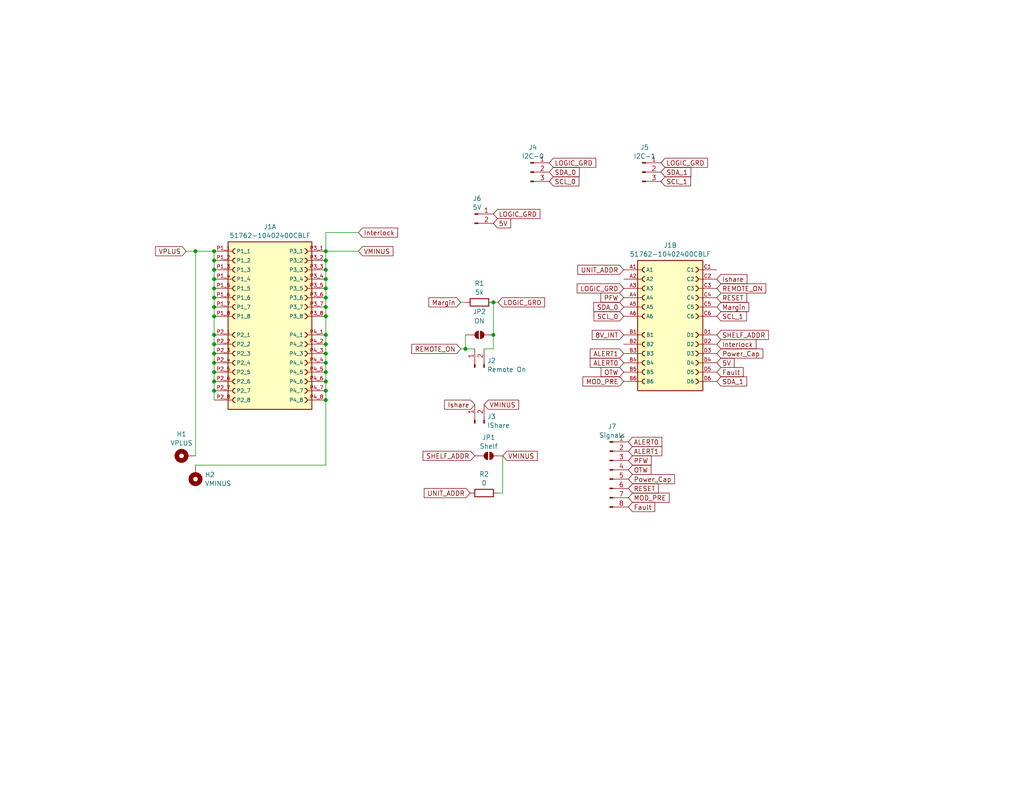
<source format=kicad_sch>
(kicad_sch (version 20231120) (generator "eeschema") (generator_version "8.0")
  (paper "USLetter")
  (lib_symbols
    (symbol "51762-10402400CBLF:51762-10402400CBLF" (pin_names (offset 1.016))
      (property "Reference" "J" (at -11.43 23.622 0))
      (property "Value" "51762-10402400CBLF" (at -11.43 -25.4 0))
      (symbol "51762-10402400CBLF_1_0"
        (rectangle (start -11.43 -22.86) (end 11.43 22.86) (stroke (width 0.254)) (fill (type background)))
        (arc (start -9.525 -19.685) (mid -10.1572 -20.32) (end -9.525 -20.955) (stroke (width 0.254)))
        (arc (start -9.525 -17.145) (mid -10.1572 -17.78) (end -9.525 -18.415) (stroke (width 0.254)))
        (arc (start -9.525 -14.605) (mid -10.1572 -15.24) (end -9.525 -15.875) (stroke (width 0.254)))
        (arc (start -9.525 -12.065) (mid -10.1572 -12.7) (end -9.525 -13.335) (stroke (width 0.254)))
        (arc (start -9.525 -9.525) (mid -10.1572 -10.16) (end -9.525 -10.795) (stroke (width 0.254)))
        (arc (start -9.525 -6.985) (mid -10.1572 -7.62) (end -9.525 -8.255) (stroke (width 0.254)))
        (arc (start -9.525 -4.445) (mid -10.1572 -5.08) (end -9.525 -5.715) (stroke (width 0.254)))
        (arc (start -9.525 -1.905) (mid -10.1572 -2.54) (end -9.525 -3.175) (stroke (width 0.254)))
        (arc (start -9.525 3.175) (mid -10.1572 2.54) (end -9.525 1.905) (stroke (width 0.254)))
        (arc (start -9.525 5.715) (mid -10.1572 5.08) (end -9.525 4.445) (stroke (width 0.254)))
        (arc (start -9.525 8.255) (mid -10.1572 7.62) (end -9.525 6.985) (stroke (width 0.254)))
        (arc (start -9.525 10.795) (mid -10.1572 10.16) (end -9.525 9.525) (stroke (width 0.254)))
        (arc (start -9.525 13.335) (mid -10.1572 12.7) (end -9.525 12.065) (stroke (width 0.254)))
        (arc (start -9.525 15.875) (mid -10.1572 15.24) (end -9.525 14.605) (stroke (width 0.254)))
        (arc (start -9.525 18.415) (mid -10.1572 17.78) (end -9.525 17.145) (stroke (width 0.254)))
        (arc (start -9.525 20.955) (mid -10.1572 20.32) (end -9.525 19.685) (stroke (width 0.254)))
        (arc (start 9.525 -20.955) (mid 10.1572 -20.32) (end 9.525 -19.685) (stroke (width 0.254)))
        (arc (start 9.525 -18.415) (mid 10.1572 -17.78) (end 9.525 -17.145) (stroke (width 0.254)))
        (arc (start 9.525 -15.875) (mid 10.1572 -15.24) (end 9.525 -14.605) (stroke (width 0.254)))
        (arc (start 9.525 -13.335) (mid 10.1572 -12.7) (end 9.525 -12.065) (stroke (width 0.254)))
        (arc (start 9.525 -10.795) (mid 10.1572 -10.16) (end 9.525 -9.525) (stroke (width 0.254)))
        (arc (start 9.525 -8.255) (mid 10.1572 -7.62) (end 9.525 -6.985) (stroke (width 0.254)))
        (arc (start 9.525 -5.715) (mid 10.1572 -5.08) (end 9.525 -4.445) (stroke (width 0.254)))
        (arc (start 9.525 -3.175) (mid 10.1572 -2.54) (end 9.525 -1.905) (stroke (width 0.254)))
        (arc (start 9.525 1.905) (mid 10.1572 2.54) (end 9.525 3.175) (stroke (width 0.254)))
        (arc (start 9.525 4.445) (mid 10.1572 5.08) (end 9.525 5.715) (stroke (width 0.254)))
        (arc (start 9.525 6.985) (mid 10.1572 7.62) (end 9.525 8.255) (stroke (width 0.254)))
        (arc (start 9.525 9.525) (mid 10.1572 10.16) (end 9.525 10.795) (stroke (width 0.254)))
        (arc (start 9.525 12.065) (mid 10.1572 12.7) (end 9.525 13.335) (stroke (width 0.254)))
        (arc (start 9.525 14.605) (mid 10.1572 15.24) (end 9.525 15.875) (stroke (width 0.254)))
        (arc (start 9.525 17.145) (mid 10.1572 17.78) (end 9.525 18.415) (stroke (width 0.254)))
        (arc (start 9.525 19.685) (mid 10.1572 20.32) (end 9.525 20.955) (stroke (width 0.254)))
        (pin power_in line (at -15.24 20.32 0) (length 5.08) (name "P1_1") (number "P1_1"))
        (pin power_in line (at -15.24 17.78 0) (length 5.08) (name "P1_2") (number "P1_2"))
        (pin power_in line (at -15.24 15.24 0) (length 5.08) (name "P1_3") (number "P1_3"))
        (pin power_in line (at -15.24 12.7 0) (length 5.08) (name "P1_4") (number "P1_4"))
        (pin power_in line (at -15.24 10.16 0) (length 5.08) (name "P1_5") (number "P1_5"))
        (pin power_in line (at -15.24 7.62 0) (length 5.08) (name "P1_6") (number "P1_6"))
        (pin power_in line (at -15.24 5.08 0) (length 5.08) (name "P1_7") (number "P1_7"))
        (pin power_in line (at -15.24 2.54 0) (length 5.08) (name "P1_8") (number "P1_8"))
        (pin power_in line (at -15.24 -2.54 0) (length 5.08) (name "P2_1") (number "P2_1"))
        (pin power_in line (at -15.24 -5.08 0) (length 5.08) (name "P2_2") (number "P2_2"))
        (pin power_in line (at -15.24 -7.62 0) (length 5.08) (name "P2_3") (number "P2_3"))
        (pin power_in line (at -15.24 -10.16 0) (length 5.08) (name "P2_4") (number "P2_4"))
        (pin power_in line (at -15.24 -12.7 0) (length 5.08) (name "P2_5") (number "P2_5"))
        (pin power_in line (at -15.24 -15.24 0) (length 5.08) (name "P2_6") (number "P2_6"))
        (pin power_in line (at -15.24 -17.78 0) (length 5.08) (name "P2_7") (number "P2_7"))
        (pin power_in line (at -15.24 -20.32 0) (length 5.08) (name "P2_8") (number "P2_8"))
        (pin power_in line (at 15.24 20.32 180) (length 5.08) (name "P3_1") (number "P3_1"))
        (pin power_in line (at 15.24 17.78 180) (length 5.08) (name "P3_2") (number "P3_2"))
        (pin power_in line (at 15.24 15.24 180) (length 5.08) (name "P3_3") (number "P3_3"))
        (pin power_in line (at 15.24 12.7 180) (length 5.08) (name "P3_4") (number "P3_4"))
        (pin power_in line (at 15.24 10.16 180) (length 5.08) (name "P3_5") (number "P3_5"))
        (pin power_in line (at 15.24 7.62 180) (length 5.08) (name "P3_6") (number "P3_6"))
        (pin power_in line (at 15.24 5.08 180) (length 5.08) (name "P3_7") (number "P3_7"))
        (pin power_in line (at 15.24 2.54 180) (length 5.08) (name "P3_8") (number "P3_8"))
        (pin power_in line (at 15.24 -2.54 180) (length 5.08) (name "P4_1") (number "P4_1"))
        (pin power_in line (at 15.24 -5.08 180) (length 5.08) (name "P4_2") (number "P4_2"))
        (pin power_in line (at 15.24 -7.62 180) (length 5.08) (name "P4_3") (number "P4_3"))
        (pin power_in line (at 15.24 -10.16 180) (length 5.08) (name "P4_4") (number "P4_4"))
        (pin power_in line (at 15.24 -12.7 180) (length 5.08) (name "P4_5") (number "P4_5"))
        (pin power_in line (at 15.24 -15.24 180) (length 5.08) (name "P4_6") (number "P4_6"))
        (pin power_in line (at 15.24 -17.78 180) (length 5.08) (name "P4_7") (number "P4_7"))
        (pin power_in line (at 15.24 -20.32 180) (length 5.08) (name "P4_8") (number "P4_8"))
      )
      (symbol "51762-10402400CBLF_2_0"
        (rectangle (start -8.89 -17.78) (end 8.89 17.78) (stroke (width 0.254)) (fill (type background)))
        (arc (start -6.985 -14.605) (mid -7.6172 -15.24) (end -6.985 -15.875) (stroke (width 0.254)))
        (arc (start -6.985 -12.065) (mid -7.6172 -12.7) (end -6.985 -13.335) (stroke (width 0.254)))
        (arc (start -6.985 -9.525) (mid -7.6172 -10.16) (end -6.985 -10.795) (stroke (width 0.254)))
        (arc (start -6.985 -6.985) (mid -7.6172 -7.62) (end -6.985 -8.255) (stroke (width 0.254)))
        (arc (start -6.985 -4.445) (mid -7.6172 -5.08) (end -6.985 -5.715) (stroke (width 0.254)))
        (arc (start -6.985 -1.905) (mid -7.6172 -2.54) (end -6.985 -3.175) (stroke (width 0.254)))
        (arc (start -6.985 3.175) (mid -7.6172 2.54) (end -6.985 1.905) (stroke (width 0.254)))
        (arc (start -6.985 5.715) (mid -7.6172 5.08) (end -6.985 4.445) (stroke (width 0.254)))
        (arc (start -6.985 8.255) (mid -7.6172 7.62) (end -6.985 6.985) (stroke (width 0.254)))
        (arc (start -6.985 10.795) (mid -7.6172 10.16) (end -6.985 9.525) (stroke (width 0.254)))
        (arc (start -6.985 13.335) (mid -7.6172 12.7) (end -6.985 12.065) (stroke (width 0.254)))
        (arc (start -6.985 15.875) (mid -7.6172 15.24) (end -6.985 14.605) (stroke (width 0.254)))
        (arc (start 6.985 -15.875) (mid 7.6172 -15.24) (end 6.985 -14.605) (stroke (width 0.254)))
        (arc (start 6.985 -13.335) (mid 7.6172 -12.7) (end 6.985 -12.065) (stroke (width 0.254)))
        (arc (start 6.985 -10.795) (mid 7.6172 -10.16) (end 6.985 -9.525) (stroke (width 0.254)))
        (arc (start 6.985 -8.255) (mid 7.6172 -7.62) (end 6.985 -6.985) (stroke (width 0.254)))
        (arc (start 6.985 -5.715) (mid 7.6172 -5.08) (end 6.985 -4.445) (stroke (width 0.254)))
        (arc (start 6.985 -3.175) (mid 7.6172 -2.54) (end 6.985 -1.905) (stroke (width 0.254)))
        (arc (start 6.985 1.905) (mid 7.6172 2.54) (end 6.985 3.175) (stroke (width 0.254)))
        (arc (start 6.985 4.445) (mid 7.6172 5.08) (end 6.985 5.715) (stroke (width 0.254)))
        (arc (start 6.985 6.985) (mid 7.6172 7.62) (end 6.985 8.255) (stroke (width 0.254)))
        (arc (start 6.985 9.525) (mid 7.6172 10.16) (end 6.985 10.795) (stroke (width 0.254)))
        (arc (start 6.985 12.065) (mid 7.6172 12.7) (end 6.985 13.335) (stroke (width 0.254)))
        (arc (start 6.985 14.605) (mid 7.6172 15.24) (end 6.985 15.875) (stroke (width 0.254)))
        (pin passive line (at -12.7 15.24 0) (length 5.08) (name "A1") (number "A1"))
        (pin passive line (at -12.7 12.7 0) (length 5.08) (name "A2") (number "A2"))
        (pin passive line (at -12.7 10.16 0) (length 5.08) (name "A3") (number "A3"))
        (pin passive line (at -12.7 7.62 0) (length 5.08) (name "A4") (number "A4"))
        (pin passive line (at -12.7 5.08 0) (length 5.08) (name "A5") (number "A5"))
        (pin passive line (at -12.7 2.54 0) (length 5.08) (name "A6") (number "A6"))
        (pin passive line (at -12.7 -2.54 0) (length 5.08) (name "B1") (number "B1"))
        (pin passive line (at -12.7 -5.08 0) (length 5.08) (name "B2") (number "B2"))
        (pin passive line (at -12.7 -7.62 0) (length 5.08) (name "B3") (number "B3"))
        (pin passive line (at -12.7 -10.16 0) (length 5.08) (name "B4") (number "B4"))
        (pin passive line (at -12.7 -12.7 0) (length 5.08) (name "B5") (number "B5"))
        (pin passive line (at -12.7 -15.24 0) (length 5.08) (name "B6") (number "B6"))
        (pin passive line (at 12.7 15.24 180) (length 5.08) (name "C1") (number "C1"))
        (pin passive line (at 12.7 12.7 180) (length 5.08) (name "C2") (number "C2"))
        (pin passive line (at 12.7 10.16 180) (length 5.08) (name "C3") (number "C3"))
        (pin passive line (at 12.7 7.62 180) (length 5.08) (name "C4") (number "C4"))
        (pin passive line (at 12.7 5.08 180) (length 5.08) (name "C5") (number "C5"))
        (pin passive line (at 12.7 2.54 180) (length 5.08) (name "C6") (number "C6"))
        (pin passive line (at 12.7 -2.54 180) (length 5.08) (name "D1") (number "D1"))
        (pin passive line (at 12.7 -5.08 180) (length 5.08) (name "D2") (number "D2"))
        (pin passive line (at 12.7 -7.62 180) (length 5.08) (name "D3") (number "D3"))
        (pin passive line (at 12.7 -10.16 180) (length 5.08) (name "D4") (number "D4"))
        (pin passive line (at 12.7 -12.7 180) (length 5.08) (name "D5") (number "D5"))
        (pin passive line (at 12.7 -15.24 180) (length 5.08) (name "D6") (number "D6"))
      )
    )
    (symbol "Connector:Conn_01x02_Pin" (pin_names (offset 1.016) hide)
      (property "Reference" "J" (at 0 2.54 0))
      (property "Value" "Conn_01x02_Pin" (at 0 -5.08 0))
      (symbol "Conn_01x02_Pin_1_1"
        (polyline (pts (xy 1.27 -2.54) (xy 0.8636 -2.54)) (stroke (width 0.1524)))
        (polyline (pts (xy 1.27 0) (xy 0.8636 0)) (stroke (width 0.1524)))
        (rectangle (start 0.8636 -2.413) (end 0 -2.667) (stroke (width 0.1524)) (fill (type outline)))
        (rectangle (start 0.8636 0.127) (end 0 -0.127) (stroke (width 0.1524)) (fill (type outline)))
        (pin passive line (at 5.08 0 180) (length 3.81) (name "Pin_1") (number "1"))
        (pin passive line (at 5.08 -2.54 180) (length 3.81) (name "Pin_2") (number "2"))
      )
    )
    (symbol "Connector:Conn_01x03_Pin" (pin_names (offset 1.016) hide)
      (property "Reference" "J" (at 0 5.08 0))
      (property "Value" "Conn_01x03_Pin" (at 0 -5.08 0))
      (symbol "Conn_01x03_Pin_1_1"
        (polyline (pts (xy 1.27 -2.54) (xy 0.8636 -2.54)) (stroke (width 0.1524)))
        (polyline (pts (xy 1.27 0) (xy 0.8636 0)) (stroke (width 0.1524)))
        (polyline (pts (xy 1.27 2.54) (xy 0.8636 2.54)) (stroke (width 0.1524)))
        (rectangle (start 0.8636 -2.413) (end 0 -2.667) (stroke (width 0.1524)) (fill (type outline)))
        (rectangle (start 0.8636 0.127) (end 0 -0.127) (stroke (width 0.1524)) (fill (type outline)))
        (rectangle (start 0.8636 2.667) (end 0 2.413) (stroke (width 0.1524)) (fill (type outline)))
        (pin passive line (at 5.08 2.54 180) (length 3.81) (name "Pin_1") (number "1"))
        (pin passive line (at 5.08 0 180) (length 3.81) (name "Pin_2") (number "2"))
        (pin passive line (at 5.08 -2.54 180) (length 3.81) (name "Pin_3") (number "3"))
      )
    )
    (symbol "Connector:Conn_01x08_Pin" (pin_names (offset 1.016) hide)
      (property "Reference" "J" (at 0 10.16 0))
      (property "Value" "Conn_01x08_Pin" (at 0 -12.7 0))
      (symbol "Conn_01x08_Pin_1_1"
        (polyline (pts (xy 1.27 -10.16) (xy 0.8636 -10.16)) (stroke (width 0.1524)))
        (polyline (pts (xy 1.27 -7.62) (xy 0.8636 -7.62)) (stroke (width 0.1524)))
        (polyline (pts (xy 1.27 -5.08) (xy 0.8636 -5.08)) (stroke (width 0.1524)))
        (polyline (pts (xy 1.27 -2.54) (xy 0.8636 -2.54)) (stroke (width 0.1524)))
        (polyline (pts (xy 1.27 0) (xy 0.8636 0)) (stroke (width 0.1524)))
        (polyline (pts (xy 1.27 2.54) (xy 0.8636 2.54)) (stroke (width 0.1524)))
        (polyline (pts (xy 1.27 5.08) (xy 0.8636 5.08)) (stroke (width 0.1524)))
        (polyline (pts (xy 1.27 7.62) (xy 0.8636 7.62)) (stroke (width 0.1524)))
        (rectangle (start 0.8636 -10.033) (end 0 -10.287) (stroke (width 0.1524)) (fill (type outline)))
        (rectangle (start 0.8636 -7.493) (end 0 -7.747) (stroke (width 0.1524)) (fill (type outline)))
        (rectangle (start 0.8636 -4.953) (end 0 -5.207) (stroke (width 0.1524)) (fill (type outline)))
        (rectangle (start 0.8636 -2.413) (end 0 -2.667) (stroke (width 0.1524)) (fill (type outline)))
        (rectangle (start 0.8636 0.127) (end 0 -0.127) (stroke (width 0.1524)) (fill (type outline)))
        (rectangle (start 0.8636 2.667) (end 0 2.413) (stroke (width 0.1524)) (fill (type outline)))
        (rectangle (start 0.8636 5.207) (end 0 4.953) (stroke (width 0.1524)) (fill (type outline)))
        (rectangle (start 0.8636 7.747) (end 0 7.493) (stroke (width 0.1524)) (fill (type outline)))
        (pin passive line (at 5.08 7.62 180) (length 3.81) (name "Pin_1") (number "1"))
        (pin passive line (at 5.08 5.08 180) (length 3.81) (name "Pin_2") (number "2"))
        (pin passive line (at 5.08 2.54 180) (length 3.81) (name "Pin_3") (number "3"))
        (pin passive line (at 5.08 0 180) (length 3.81) (name "Pin_4") (number "4"))
        (pin passive line (at 5.08 -2.54 180) (length 3.81) (name "Pin_5") (number "5"))
        (pin passive line (at 5.08 -5.08 180) (length 3.81) (name "Pin_6") (number "6"))
        (pin passive line (at 5.08 -7.62 180) (length 3.81) (name "Pin_7") (number "7"))
        (pin passive line (at 5.08 -10.16 180) (length 3.81) (name "Pin_8") (number "8"))
      )
    )
    (symbol "Device:R" (pin_numbers hide) (pin_names (offset 0))
      (property "Reference" "R" (at 2.032 0 90))
      (property "Value" "R" (at 0 0 90))
      (symbol "R_0_1"
        (rectangle (start -1.016 -2.54) (end 1.016 2.54) (stroke (width 0.254)))
      )
      (symbol "R_1_1"
        (pin passive line (at 0 3.81 270) (length 1.27) (name "~") (number "1"))
        (pin passive line (at 0 -3.81 90) (length 1.27) (name "~") (number "2"))
      )
    )
    (symbol "Jumper:SolderJumper_2_Open" (pin_numbers hide) (pin_names (offset 0) hide) (exclude_from_sim yes) (in_bom no)
      (property "Reference" "JP" (at 0 2.032 0))
      (property "Value" "SolderJumper_2_Open" (at 0 -2.54 0))
      (symbol "SolderJumper_2_Open_0_1"
        (arc (start -0.254 1.016) (mid -1.2656 0) (end -0.254 -1.016))
        (arc (start -0.254 1.016) (mid -1.2656 0) (end -0.254 -1.016) (fill (type outline)))
        (polyline (pts (xy -0.254 1.016) (xy -0.254 -1.016)))
        (polyline (pts (xy 0.254 1.016) (xy 0.254 -1.016)))
        (arc (start 0.254 -1.016) (mid 1.2656 0) (end 0.254 1.016))
        (arc (start 0.254 -1.016) (mid 1.2656 0) (end 0.254 1.016) (fill (type outline)))
      )
      (symbol "SolderJumper_2_Open_1_1"
        (pin passive line (at -3.81 0 0) (length 2.54) (name "A") (number "1"))
        (pin passive line (at 3.81 0 180) (length 2.54) (name "B") (number "2"))
      )
    )
    (symbol "Mechanical:MountingHole_Pad" (pin_numbers hide) (pin_names (offset 1.016) hide) (exclude_from_sim yes) (in_bom no)
      (property "Reference" "H" (at 0 6.35 0))
      (property "Value" "MountingHole_Pad" (at 0 4.445 0))
      (symbol "MountingHole_Pad_0_1"
        (circle (center 0 1.27) (radius 1.27) (stroke (width 1.27)))
      )
      (symbol "MountingHole_Pad_1_1"
        (pin input line (at 0 -2.54 90) (length 2.54) (name "1") (number "1"))
      )
    )
  )
  (junction (at 58.42 93.98))
  (junction (at 88.9 104.14))
  (junction (at 58.42 101.6))
  (junction (at 88.9 109.22))
  (junction (at 58.42 68.58))
  (junction (at 88.9 71.12))
  (junction (at 88.9 96.52))
  (junction (at 88.9 76.2))
  (junction (at 58.42 71.12))
  (junction (at 88.9 86.36))
  (junction (at 58.42 76.2))
  (junction (at 88.9 78.74))
  (junction (at 53.34 68.58))
  (junction (at 88.9 106.68))
  (junction (at 58.42 99.06))
  (junction (at 88.9 83.82))
  (junction (at 88.9 91.44))
  (junction (at 88.9 93.98))
  (junction (at 58.42 106.68))
  (junction (at 58.42 91.44))
  (junction (at 58.42 81.28))
  (junction (at 88.9 99.06))
  (junction (at 58.42 73.66))
  (junction (at 127 95.25))
  (junction (at 58.42 104.14))
  (junction (at 88.9 73.66))
  (junction (at 88.9 68.58))
  (junction (at 88.9 81.28))
  (junction (at 88.9 101.6))
  (junction (at 58.42 78.74))
  (junction (at 58.42 96.52))
  (junction (at 58.42 83.82))
  (junction (at 134.62 91.44))
  (junction (at 134.62 82.55))
  (junction (at 58.42 86.36))
  (wire (pts (xy 88.9 81.28) (xy 88.9 83.82)))
  (wire (pts (xy 127 95.25) (xy 129.54 95.25)))
  (wire (pts (xy 58.42 99.06) (xy 58.42 101.6)))
  (wire (pts (xy 58.42 86.36) (xy 58.42 91.44)))
  (wire (pts (xy 88.9 99.06) (xy 88.9 101.6)))
  (wire (pts (xy 88.9 73.66) (xy 88.9 76.2)))
  (wire (pts (xy 135.89 134.62) (xy 137.16 134.62)))
  (wire (pts (xy 58.42 81.28) (xy 58.42 83.82)))
  (wire (pts (xy 88.9 83.82) (xy 88.9 86.36)))
  (wire (pts (xy 88.9 104.14) (xy 88.9 106.68)))
  (wire (pts (xy 58.42 91.44) (xy 58.42 93.98)))
  (wire (pts (xy 58.42 96.52) (xy 58.42 99.06)))
  (wire (pts (xy 58.42 83.82) (xy 58.42 86.36)))
  (wire (pts (xy 58.42 76.2) (xy 58.42 78.74)))
  (wire (pts (xy 134.62 82.55) (xy 135.89 82.55)))
  (wire (pts (xy 88.9 68.58) (xy 88.9 71.12)))
  (wire (pts (xy 58.42 71.12) (xy 58.42 73.66)))
  (wire (pts (xy 58.42 106.68) (xy 58.42 109.22)))
  (wire (pts (xy 58.42 78.74) (xy 58.42 81.28)))
  (wire (pts (xy 88.9 93.98) (xy 88.9 96.52)))
  (wire (pts (xy 88.9 78.74) (xy 88.9 81.28)))
  (wire (pts (xy 88.9 68.58) (xy 97.79 68.58)))
  (wire (pts (xy 132.08 95.25) (xy 134.62 95.25)))
  (wire (pts (xy 58.42 68.58) (xy 58.42 71.12)))
  (wire (pts (xy 134.62 91.44) (xy 134.62 95.25)))
  (wire (pts (xy 125.73 95.25) (xy 127 95.25)))
  (wire (pts (xy 134.62 82.55) (xy 134.62 91.44)))
  (wire (pts (xy 53.34 68.58) (xy 53.34 124.46)))
  (wire (pts (xy 88.9 63.5) (xy 97.79 63.5)))
  (wire (pts (xy 88.9 91.44) (xy 88.9 93.98)))
  (wire (pts (xy 53.34 68.58) (xy 58.42 68.58)))
  (wire (pts (xy 88.9 71.12) (xy 88.9 73.66)))
  (wire (pts (xy 50.8 68.58) (xy 53.34 68.58)))
  (wire (pts (xy 88.9 68.58) (xy 88.9 63.5)))
  (wire (pts (xy 88.9 76.2) (xy 88.9 78.74)))
  (wire (pts (xy 127 91.44) (xy 127 95.25)))
  (wire (pts (xy 88.9 96.52) (xy 88.9 99.06)))
  (wire (pts (xy 88.9 106.68) (xy 88.9 109.22)))
  (wire (pts (xy 88.9 86.36) (xy 88.9 91.44)))
  (wire (pts (xy 58.42 101.6) (xy 58.42 104.14)))
  (wire (pts (xy 125.73 82.55) (xy 127 82.55)))
  (wire (pts (xy 88.9 109.22) (xy 88.9 127)))
  (wire (pts (xy 58.42 104.14) (xy 58.42 106.68)))
  (wire (pts (xy 137.16 124.46) (xy 137.16 134.62)))
  (wire (pts (xy 58.42 73.66) (xy 58.42 76.2)))
  (wire (pts (xy 58.42 93.98) (xy 58.42 96.52)))
  (wire (pts (xy 53.34 127) (xy 88.9 127)))
  (wire (pts (xy 88.9 101.6) (xy 88.9 104.14)))
  (global_label "SHELF_ADDR" (shape input) (at 195.58 91.44 0) (property "Intersheetrefs" "${INTERSHEET_REFS}" (effects (hide yes))))
  (global_label "MOD_PRE" (shape input) (at 171.45 135.89 0) (property "Intersheetrefs" "${INTERSHEET_REFS}" (effects (hide yes))))
  (global_label "ALERT1" (shape input) (at 170.18 96.52 180) (property "Intersheetrefs" "${INTERSHEET_REFS}" (effects (hide yes))))
  (global_label "Margin" (shape input) (at 195.58 83.82 0) (property "Intersheetrefs" "${INTERSHEET_REFS}" (effects (hide yes))))
  (global_label "Ishare" (shape input) (at 195.58 76.2 0) (property "Intersheetrefs" "${INTERSHEET_REFS}" (effects (hide yes))))
  (global_label "Power_Cap" (shape input) (at 171.45 130.81 0) (property "Intersheetrefs" "${INTERSHEET_REFS}" (effects (hide yes))))
  (global_label "SDA_1" (shape input) (at 195.58 104.14 0) (property "Intersheetrefs" "${INTERSHEET_REFS}" (effects (hide yes))))
  (global_label "VPLUS" (shape input) (at 50.8 68.58 180) (property "Intersheetrefs" "${INTERSHEET_REFS}" (effects (hide yes))))
  (global_label "RESET" (shape input) (at 195.58 81.28 0) (property "Intersheetrefs" "${INTERSHEET_REFS}" (effects (hide yes))))
  (global_label "SCL_0" (shape input) (at 170.18 86.36 180) (property "Intersheetrefs" "${INTERSHEET_REFS}" (effects (hide yes))))
  (global_label "MOD_PRE" (shape input) (at 170.18 104.14 180) (property "Intersheetrefs" "${INTERSHEET_REFS}" (effects (hide yes))))
  (global_label "Ishare" (shape input) (at 129.54 110.49 180) (property "Intersheetrefs" "${INTERSHEET_REFS}" (effects (hide yes))))
  (global_label "ALERT0" (shape input) (at 171.45 120.65 0) (property "Intersheetrefs" "${INTERSHEET_REFS}" (effects (hide yes))))
  (global_label "Interlock" (shape input) (at 97.79 63.5 0) (property "Intersheetrefs" "${INTERSHEET_REFS}" (effects (hide yes))))
  (global_label "REMOTE_ON" (shape input) (at 125.73 95.25 180) (property "Intersheetrefs" "${INTERSHEET_REFS}" (effects (hide yes))))
  (global_label "Power_Cap" (shape input) (at 195.58 96.52 0) (property "Intersheetrefs" "${INTERSHEET_REFS}" (effects (hide yes))))
  (global_label "LOGIC_GRD" (shape input) (at 170.18 78.74 180) (property "Intersheetrefs" "${INTERSHEET_REFS}" (effects (hide yes))))
  (global_label "Margin" (shape input) (at 125.73 82.55 180) (property "Intersheetrefs" "${INTERSHEET_REFS}" (effects (hide yes))))
  (global_label "VMINUS" (shape input) (at 97.79 68.58 0) (property "Intersheetrefs" "${INTERSHEET_REFS}" (effects (hide yes))))
  (global_label "PFW" (shape input) (at 170.18 81.28 180) (property "Intersheetrefs" "${INTERSHEET_REFS}" (effects (hide yes))))
  (global_label "SCL_1" (shape input) (at 180.34 49.53 0) (property "Intersheetrefs" "${INTERSHEET_REFS}" (effects (hide yes))))
  (global_label "OTW" (shape input) (at 171.45 128.27 0) (property "Intersheetrefs" "${INTERSHEET_REFS}" (effects (hide yes))))
  (global_label "5V" (shape input) (at 134.62 60.96 0) (property "Intersheetrefs" "${INTERSHEET_REFS}" (effects (hide yes))))
  (global_label "UNIT_ADDR" (shape input) (at 128.27 134.62 180) (property "Intersheetrefs" "${INTERSHEET_REFS}" (effects (hide yes))))
  (global_label "VMINUS" (shape input) (at 132.08 110.49 0) (property "Intersheetrefs" "${INTERSHEET_REFS}" (effects (hide yes))))
  (global_label "UNIT_ADDR" (shape input) (at 170.18 73.66 180) (property "Intersheetrefs" "${INTERSHEET_REFS}" (effects (hide yes))))
  (global_label "SDA_0" (shape input) (at 170.18 83.82 180) (property "Intersheetrefs" "${INTERSHEET_REFS}" (effects (hide yes))))
  (global_label "REMOTE_ON" (shape input) (at 195.58 78.74 0) (property "Intersheetrefs" "${INTERSHEET_REFS}" (effects (hide yes))))
  (global_label "Fault" (shape input) (at 195.58 101.6 0) (property "Intersheetrefs" "${INTERSHEET_REFS}" (effects (hide yes))))
  (global_label "VMINUS" (shape input) (at 137.16 124.46 0) (property "Intersheetrefs" "${INTERSHEET_REFS}" (effects (hide yes))))
  (global_label "Interlock" (shape input) (at 195.58 93.98 0) (property "Intersheetrefs" "${INTERSHEET_REFS}" (effects (hide yes))))
  (global_label "LOGIC_GRD" (shape input) (at 135.89 82.55 0) (property "Intersheetrefs" "${INTERSHEET_REFS}" (effects (hide yes))))
  (global_label "LOGIC_GRD" (shape input) (at 134.62 58.42 0) (property "Intersheetrefs" "${INTERSHEET_REFS}" (effects (hide yes))))
  (global_label "SCL_0" (shape input) (at 149.86 49.53 0) (property "Intersheetrefs" "${INTERSHEET_REFS}" (effects (hide yes))))
  (global_label "5V" (shape input) (at 195.58 99.06 0) (property "Intersheetrefs" "${INTERSHEET_REFS}" (effects (hide yes))))
  (global_label "8V_INT" (shape input) (at 170.18 91.44 180) (property "Intersheetrefs" "${INTERSHEET_REFS}" (effects (hide yes))))
  (global_label "SDA_1" (shape input) (at 180.34 46.99 0) (property "Intersheetrefs" "${INTERSHEET_REFS}" (effects (hide yes))))
  (global_label "RESET" (shape input) (at 171.45 133.35 0) (property "Intersheetrefs" "${INTERSHEET_REFS}" (effects (hide yes))))
  (global_label "ALERT0" (shape input) (at 170.18 99.06 180) (property "Intersheetrefs" "${INTERSHEET_REFS}" (effects (hide yes))))
  (global_label "SDA_0" (shape input) (at 149.86 46.99 0) (property "Intersheetrefs" "${INTERSHEET_REFS}" (effects (hide yes))))
  (global_label "Fault" (shape input) (at 171.45 138.43 0) (property "Intersheetrefs" "${INTERSHEET_REFS}" (effects (hide yes))))
  (global_label "LOGIC_GRD" (shape input) (at 180.34 44.45 0) (property "Intersheetrefs" "${INTERSHEET_REFS}" (effects (hide yes))))
  (global_label "SCL_1" (shape input) (at 195.58 86.36 0) (property "Intersheetrefs" "${INTERSHEET_REFS}" (effects (hide yes))))
  (global_label "PFW" (shape input) (at 171.45 125.73 0) (property "Intersheetrefs" "${INTERSHEET_REFS}" (effects (hide yes))))
  (global_label "LOGIC_GRD" (shape input) (at 149.86 44.45 0) (property "Intersheetrefs" "${INTERSHEET_REFS}" (effects (hide yes))))
  (global_label "ALERT1" (shape input) (at 171.45 123.19 0) (property "Intersheetrefs" "${INTERSHEET_REFS}" (effects (hide yes))))
  (global_label "SHELF_ADDR" (shape input) (at 129.54 124.46 180) (property "Intersheetrefs" "${INTERSHEET_REFS}" (effects (hide yes))))
  (global_label "OTW" (shape input) (at 170.18 101.6 180) (property "Intersheetrefs" "${INTERSHEET_REFS}" (effects (hide yes))))
  (symbol (lib_id "51762-10402400CBLF:51762-10402400CBLF") (at 182.88 88.9 0) (unit 2)
    (property "Reference" "J1" (at 182.88 66.9755 0))
    (property "Value" "51762-10402400CBLF" (at 182.88 69.3998 0))
    (property "Footprint" "ge-psu:AMPHENOL_51762-10402400CBLF" (effects (hide yes)))
    (property "MF" "Amphenol ICC (FCI)" (effects (hide yes)))
    (property "MAXIMUM_PACKAGE_HEIGHT" "11.63mm" (effects (hide yes)))
    (property "Package" "None" (effects (hide yes)))
    (property "Price" "None" (effects (hide yes)))
    (property "Check_prices" "https://www.snapeda.com/parts/51762-10402400CBLF/Amphenol+FCI/view-part/?ref=eda" (effects (hide yes)))
    (property "STANDARD" "Manufacturer Recommendations" (effects (hide yes)))
    (property "PARTREV" "K" (effects (hide yes)))
    (property "SnapEDA_Link" "https://www.snapeda.com/parts/51762-10402400CBLF/Amphenol+FCI/view-part/?ref=snap" (effects (hide yes)))
    (property "MP" "51762-10402400CBLF" (effects (hide yes)))
    (property "Description_1" "\nPwrBlade®, Power Connectors, 4P 24S Right Angle Receptacle, Press Fit\n" (effects (hide yes)))
    (property "Availability" "In Stock" (effects (hide yes)))
    (property "MANUFACTURER" "Amphenol" (effects (hide yes)))
  )
  (symbol (lib_id "Device:R") (at 130.81 82.55 90) (unit 1)
    (property "Reference" "R1" (at 130.81 77.3895 90))
    (property "Value" "5k" (at 130.81 79.8138 90))
    (property "Footprint" "Resistor_SMD:R_0805_2012Metric_Pad1.20x1.40mm_HandSolder" (effects (hide yes)))
    (property "Description" "Resistor" (effects (hide yes)))
  )
  (symbol (lib_id "Mechanical:MountingHole_Pad") (at 50.8 124.46 90) (unit 1) (exclude_from_sim yes) (in_bom no)
    (property "Reference" "H1" (at 49.53 118.5375 90))
    (property "Value" "VPLUS" (at 49.53 120.9618 90))
    (property "Footprint" "MountingHole:MountingHole_6.5mm_Pad_Via" (effects (hide yes)))
    (property "Description" "Mounting Hole with connection" (effects (hide yes)))
  )
  (symbol (lib_id "Connector:Conn_01x02_Pin") (at 129.54 58.42 0) (unit 1)
    (property "Reference" "J6" (at 130.175 54.1993 0))
    (property "Value" "5V" (at 130.175 56.6236 0))
    (property "Footprint" "Connector_PinHeader_2.54mm:PinHeader_1x02_P2.54mm_Vertical" (effects (hide yes)))
    (property "Description" "Generic connector, single row, 01x02, script generated" (effects (hide yes)))
  )
  (symbol (lib_id "Jumper:SolderJumper_2_Open") (at 133.35 124.46 0) (unit 1) (exclude_from_sim yes) (in_bom no)
    (property "Reference" "JP1" (at 133.35 119.4265 0))
    (property "Value" "Shelf" (at 133.35 121.8508 0))
    (property "Footprint" "Jumper:SolderJumper-2_P1.3mm_Open_Pad1.0x1.5mm" (effects (hide yes)))
    (property "Description" "Solder Jumper, 2-pole, open" (effects (hide yes)))
  )
  (symbol (lib_id "Connector:Conn_01x03_Pin") (at 144.78 46.99 0) (unit 1)
    (property "Reference" "J4" (at 145.415 40.2293 0))
    (property "Value" "I2C-0" (at 145.415 42.6536 0))
    (property "Footprint" "Connector_PinHeader_2.54mm:PinHeader_1x03_P2.54mm_Vertical" (effects (hide yes)))
    (property "Description" "Generic connector, single row, 01x03, script generated" (effects (hide yes)))
  )
  (symbol (lib_id "Connector:Conn_01x08_Pin") (at 166.37 128.27 0) (unit 1)
    (property "Reference" "J7" (at 167.005 116.4293 0))
    (property "Value" "Signals" (at 167.005 118.8536 0))
    (property "Footprint" "Connector_PinHeader_2.54mm:PinHeader_1x08_P2.54mm_Vertical" (effects (hide yes)))
    (property "Description" "Generic connector, single row, 01x08, script generated" (effects (hide yes)))
  )
  (symbol (lib_id "Connector:Conn_01x02_Pin") (at 129.54 100.33 90) (unit 1)
    (property "Reference" "J2" (at 132.9182 98.4828 90) (effects (justify right)))
    (property "Value" "Remote On" (at 132.9182 100.9071 90) (effects (justify right)))
    (property "Footprint" "Connector_PinHeader_2.54mm:PinHeader_1x02_P2.54mm_Vertical" (effects (hide yes)))
    (property "Description" "Generic connector, single row, 01x02, script generated" (effects (hide yes)))
  )
  (symbol (lib_id "Connector:Conn_01x02_Pin") (at 129.54 115.57 90) (unit 1)
    (property "Reference" "J3" (at 132.9182 113.7228 90) (effects (justify right)))
    (property "Value" "IShare" (at 132.9182 116.1471 90) (effects (justify right)))
    (property "Footprint" "Connector_PinHeader_2.54mm:PinHeader_1x02_P2.54mm_Vertical" (effects (hide yes)))
    (property "Description" "Generic connector, single row, 01x02, script generated" (effects (hide yes)))
  )
  (symbol (lib_id "Device:R") (at 132.08 134.62 90) (unit 1)
    (property "Reference" "R2" (at 132.08 129.4595 90))
    (property "Value" "0" (at 132.08 131.8838 90))
    (property "Footprint" "Resistor_SMD:R_0805_2012Metric_Pad1.20x1.40mm_HandSolder" (effects (hide yes)))
    (property "Description" "Resistor" (effects (hide yes)))
  )
  (symbol (lib_id "Jumper:SolderJumper_2_Open") (at 130.81 91.44 0) (unit 1) (exclude_from_sim yes) (in_bom no)
    (property "Reference" "JP2" (at 130.81 85.09 0))
    (property "Value" "ON" (at 130.81 87.63 0))
    (property "Footprint" "Jumper:SolderJumper-2_P1.3mm_Open_Pad1.0x1.5mm" (effects (hide yes)))
    (property "Description" "Solder Jumper, 2-pole, open" (effects (hide yes)))
  )
  (symbol (lib_id "Connector:Conn_01x03_Pin") (at 175.26 46.99 0) (unit 1)
    (property "Reference" "J5" (at 175.895 40.2293 0))
    (property "Value" "I2C-1" (at 175.895 42.6536 0))
    (property "Footprint" "Connector_PinHeader_2.54mm:PinHeader_1x03_P2.54mm_Vertical" (effects (hide yes)))
    (property "Description" "Generic connector, single row, 01x03, script generated" (effects (hide yes)))
  )
  (symbol (lib_id "Mechanical:MountingHole_Pad") (at 53.34 129.54 180) (unit 1) (exclude_from_sim yes) (in_bom no)
    (property "Reference" "H2" (at 55.88 129.5978 0) (effects (justify right)))
    (property "Value" "VMINUS" (at 55.88 132.0221 0) (effects (justify right)))
    (property "Footprint" "MountingHole:MountingHole_6.5mm_Pad_Via" (effects (hide yes)))
    (property "Description" "Mounting Hole with connection" (effects (hide yes)))
  )
  (symbol (lib_id "51762-10402400CBLF:51762-10402400CBLF") (at 73.66 88.9 0) (unit 1)
    (property "Reference" "J1" (at 73.66 61.8955 0))
    (property "Value" "51762-10402400CBLF" (at 73.66 64.3198 0))
    (property "Footprint" "ge-psu:AMPHENOL_51762-10402400CBLF" (effects (hide yes)))
    (property "MF" "Amphenol ICC (FCI)" (effects (hide yes)))
    (property "MAXIMUM_PACKAGE_HEIGHT" "11.63mm" (effects (hide yes)))
    (property "Package" "None" (effects (hide yes)))
    (property "Price" "None" (effects (hide yes)))
    (property "Check_prices" "https://www.snapeda.com/parts/51762-10402400CBLF/Amphenol+FCI/view-part/?ref=eda" (effects (hide yes)))
    (property "STANDARD" "Manufacturer Recommendations" (effects (hide yes)))
    (property "PARTREV" "K" (effects (hide yes)))
    (property "SnapEDA_Link" "https://www.snapeda.com/parts/51762-10402400CBLF/Amphenol+FCI/view-part/?ref=snap" (effects (hide yes)))
    (property "MP" "51762-10402400CBLF" (effects (hide yes)))
    (property "Description_1" "\nPwrBlade®, Power Connectors, 4P 24S Right Angle Receptacle, Press Fit\n" (effects (hide yes)))
    (property "Availability" "In Stock" (effects (hide yes)))
    (property "MANUFACTURER" "Amphenol" (effects (hide yes)))
  )
)
</source>
